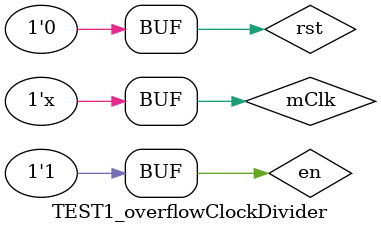
<source format=v>
`timescale 1ns / 1ps


module TEST1_overflowClockDivider(
    );
    reg mClk, rst, en;
    wire dClk;
    
    overflowClockDivider UUT ( 
        .clk(mClk),
        .reset(rst),
        .enable(en),
        .dividedClk(dClk)
    );
    
    initial begin
        mClk = 1;
        rst = 1;
        en = 0;
    
        #23.45
        rst = 0;
    
        #43.816
        en = 1;
    end
    
    always begin
        #5
        mClk = ~mClk;
    end
    
endmodule

</source>
